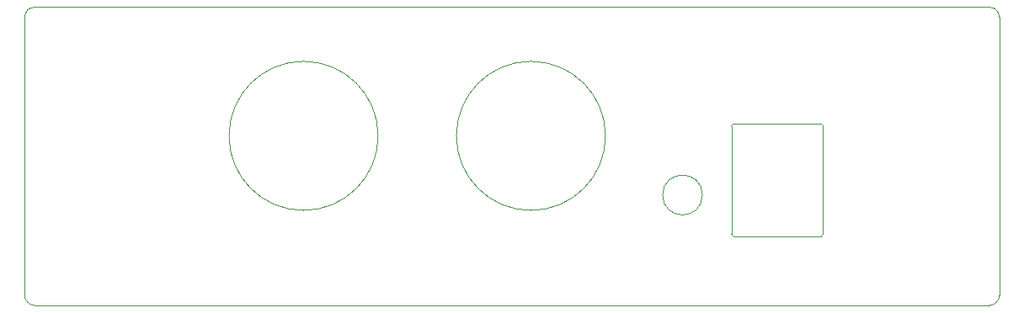
<source format=gbr>
%TF.GenerationSoftware,KiCad,Pcbnew,(5.1.9)-1*%
%TF.CreationDate,2021-03-13T23:47:23-08:00*%
%TF.ProjectId,miditwiddle-back,6d696469-7477-4696-9464-6c652d626163,rev?*%
%TF.SameCoordinates,PX9157080PY68799b0*%
%TF.FileFunction,Profile,NP*%
%FSLAX46Y46*%
G04 Gerber Fmt 4.6, Leading zero omitted, Abs format (unit mm)*
G04 Created by KiCad (PCBNEW (5.1.9)-1) date 2021-03-13 23:47:23*
%MOMM*%
%LPD*%
G01*
G04 APERTURE LIST*
%TA.AperFunction,Profile*%
%ADD10C,0.050000*%
%TD*%
G04 APERTURE END LIST*
D10*
X31270000Y100000D02*
G75*
G02*
X31070000Y-100000I-200000J0D01*
G01*
X22270000Y-100000D02*
G75*
G02*
X22070000Y100000I0J200000D01*
G01*
X31070000Y11200000D02*
G75*
G02*
X31270000Y11000000I0J-200000D01*
G01*
X22070000Y11000000D02*
G75*
G02*
X22270000Y11200000I200000J0D01*
G01*
X31070000Y-100000D02*
X22270000Y-100000D01*
X31070000Y11200000D02*
X22270000Y11200000D01*
X31270000Y100000D02*
X31270000Y11000000D01*
X22070000Y100000D02*
X22070000Y11000000D01*
X19145000Y4050000D02*
G75*
G03*
X19145000Y4050000I-2000000J0D01*
G01*
X9405000Y10000000D02*
G75*
G03*
X9405000Y10000000I-7500000J0D01*
G01*
X-13455000Y10000000D02*
G75*
G03*
X-13455000Y10000000I-7500000J0D01*
G01*
X-49000000Y21950000D02*
G75*
G02*
X-48000000Y22950000I1000000J0D01*
G01*
X48000000Y22950000D02*
G75*
G02*
X49000000Y21950000I0J-1000000D01*
G01*
X49000000Y-6050000D02*
G75*
G02*
X48000000Y-7050000I-1000000J0D01*
G01*
X-48000000Y-7050000D02*
G75*
G02*
X-49000000Y-6050000I0J1000000D01*
G01*
X49000000Y21950000D02*
X49000000Y-6050000D01*
X-48000000Y22950000D02*
X48000000Y22950000D01*
X-49000000Y-6050000D02*
X-49000000Y21950000D01*
X48000000Y-7050000D02*
X-48000000Y-7050000D01*
M02*

</source>
